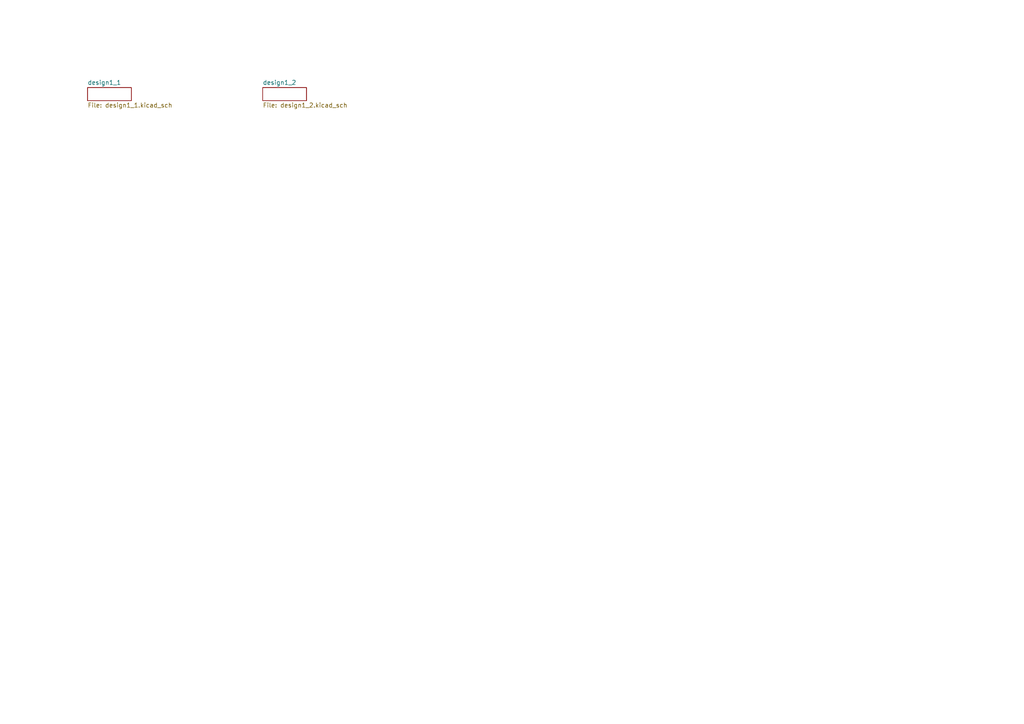
<source format=kicad_sch>
(kicad_sch (version 20230121) (generator eeschema)
  (paper "A4")
  (lib_symbols)
  (sheet (at 76.2 25.4) (size 12.7 3.81)
    (property "Sheetname" "design1_2" (at 76.2 24.6884 0) (effects (justify left bottom)))
    (property "Sheetfile" "design1_2.kicad_sch" (at 76.2 29.7946 0) (effects (justify left top)))
  )
  (sheet (at 25.4 25.4) (size 12.7 3.81)
    (property "Sheetname" "design1_1" (at 25.4 24.6884 0) (effects (justify left bottom)))
    (property "Sheetfile" "design1_1.kicad_sch" (at 25.4 29.7946 0) (effects (justify left top)))
  )
)
</source>
